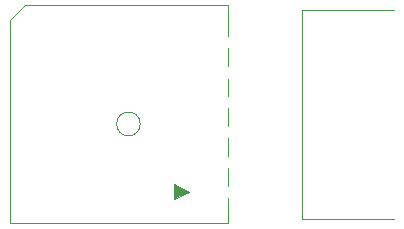
<source format=gbr>
%TF.GenerationSoftware,KiCad,Pcbnew,(6.0.2-0)*%
%TF.CreationDate,2022-03-06T08:48:50+00:00*%
%TF.ProjectId,L86,4c38362e-6b69-4636-9164-5f7063625858,rev?*%
%TF.SameCoordinates,Original*%
%TF.FileFunction,Legend,Top*%
%TF.FilePolarity,Positive*%
%FSLAX46Y46*%
G04 Gerber Fmt 4.6, Leading zero omitted, Abs format (unit mm)*
G04 Created by KiCad (PCBNEW (6.0.2-0)) date 2022-03-06 08:48:50*
%MOMM*%
%LPD*%
G01*
G04 APERTURE LIST*
%ADD10C,0.120000*%
G04 APERTURE END LIST*
D10*
%TO.C,J1*%
X115500000Y-108850000D02*
X123250000Y-108850000D01*
X115500000Y-108850000D02*
X115500000Y-91150000D01*
X115500000Y-91150000D02*
X123250000Y-91150000D01*
%TO.C,U1*%
X109200000Y-97000000D02*
X109200000Y-98476000D01*
X90800000Y-109200000D02*
X90800000Y-92000000D01*
X109200000Y-109200000D02*
X109200000Y-107112000D01*
X109200000Y-90800000D02*
X109200000Y-93396000D01*
X92000000Y-90800000D02*
X109200000Y-90800000D01*
X109200000Y-104572000D02*
X109200000Y-106096000D01*
X109200000Y-99492000D02*
X109200000Y-101000000D01*
X109200000Y-102032000D02*
X109200000Y-103556000D01*
X90800000Y-109200000D02*
X109200000Y-109200000D01*
X109200000Y-94400000D02*
X109200000Y-95936000D01*
X92000000Y-90800000D02*
X90800000Y-92000000D01*
X101800000Y-100830000D02*
G75*
G03*
X101800000Y-100830000I-1000000J0D01*
G01*
X105915000Y-106550000D02*
X104645000Y-107185000D01*
X104645000Y-107185000D02*
X104645000Y-105915000D01*
X104645000Y-105915000D02*
X105915000Y-106550000D01*
G36*
X105915000Y-106550000D02*
G01*
X104645000Y-107185000D01*
X104645000Y-105915000D01*
X105915000Y-106550000D01*
G37*
X105915000Y-106550000D02*
X104645000Y-107185000D01*
X104645000Y-105915000D01*
X105915000Y-106550000D01*
%TD*%
M02*

</source>
